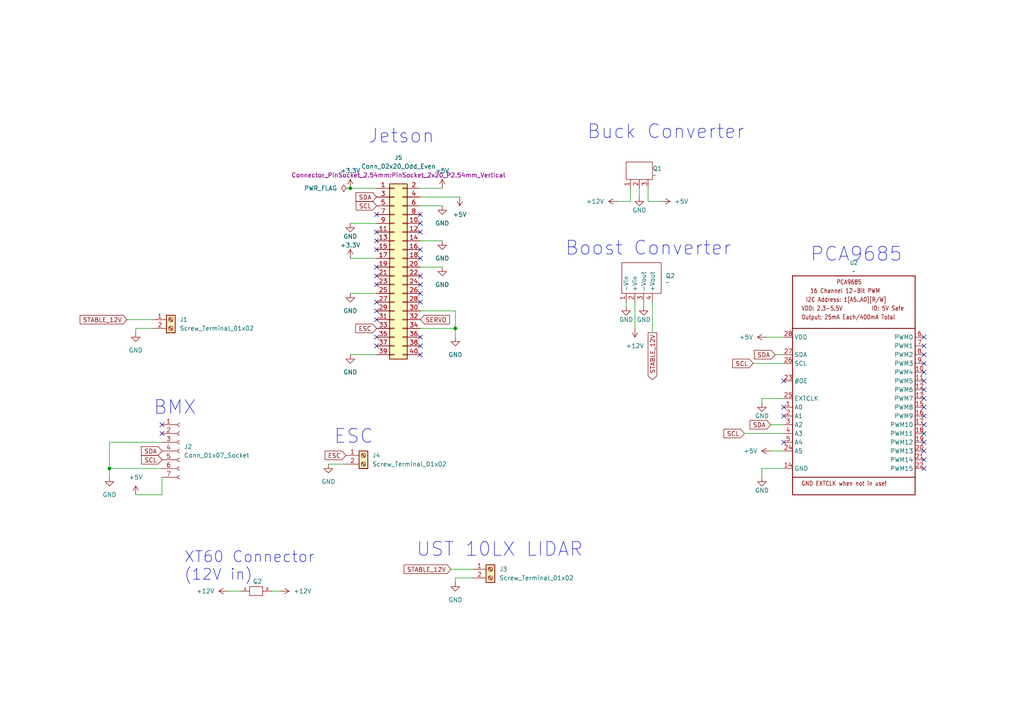
<source format=kicad_sch>
(kicad_sch (version 20231120) (generator "eeschema") (generator_version "8.0")
  (paper "A4")
  (title_block (title "Jetson Communication") (date "2024-04-27") (rev "0.1"))
  (lib_symbols
    (symbol "Adafruit9685_lib:PCA9685"
      (property "Reference" "U" (at -17.78 35.56 0))
      (symbol "PCA9685_1_0"
        (polyline (pts (xy -17.78 -30.48) (xy -17.78 -25.4)) (stroke (width 0.254)))
        (polyline (pts (xy -17.78 -25.4) (xy -17.78 17.78)) (stroke (width 0.254)))
        (polyline (pts (xy -17.78 -25.4) (xy 17.78 -25.4)) (stroke (width 0.254)))
        (polyline (pts (xy -17.78 17.78) (xy -17.78 33.02)) (stroke (width 0.254)))
        (polyline (pts (xy -17.78 17.78) (xy 17.78 17.78)) (stroke (width 0.254)))
        (polyline (pts (xy -17.78 33.02) (xy 17.78 33.02)) (stroke (width 0.254)))
        (polyline (pts (xy 17.78 -30.48) (xy -17.78 -30.48)) (stroke (width 0.254)))
        (polyline (pts (xy 17.78 17.78) (xy 17.78 -30.48)) (stroke (width 0.254)))
        (polyline (pts (xy 17.78 17.78) (xy 17.78 33.02)) (stroke (width 0.254)))
        (text "16 Channel 12-Bit PWM" (at -12.7 27.94 0) (effects (font (size 1.27 1.0795)) (justify left bottom)))
        (text "GND EXTCLK when not in use!" (at -15.24 -27.94 0) (effects (font (size 1.27 1.0795)) (justify left bottom)))
        (text "I2C Address: 1[A5..A0][R/W]" (at -13.97 25.4 0) (effects (font (size 1.27 1.0795)) (justify left bottom)))
        (text "IO: 5V Safe" (at 5.08 22.86 0) (effects (font (size 1.27 1.0795)) (justify left bottom)))
        (text "Output: 25mA Each/400mA Total" (at -15.24 20.32 0) (effects (font (size 1.27 1.0795)) (justify left bottom)))
        (text "PCA9685" (at -5.08 30.48 0) (effects (font (size 1.27 1.0795)) (justify left bottom)))
        (text "VDD: 2.3-5.5V" (at -15.24 22.86 0) (effects (font (size 1.27 1.0795)) (justify left bottom)))
        (pin bidirectional line (at -20.32 -5.08 0) (length 2.54) (name "A0") (number "1"))
        (pin output line (at 20.32 5.08 180) (length 2.54) (name "PWM4") (number "10"))
        (pin output line (at 20.32 2.54 180) (length 2.54) (name "PWM5") (number "11"))
        (pin output line (at 20.32 0 180) (length 2.54) (name "PWM6") (number "12"))
        (pin output line (at 20.32 -2.54 180) (length 2.54) (name "PWM7") (number "13"))
        (pin power_in line (at -20.32 -22.86 0) (length 2.54) (name "GND") (number "14"))
        (pin output line (at 20.32 -5.08 180) (length 2.54) (name "PWM8") (number "15"))
        (pin output line (at 20.32 -7.62 180) (length 2.54) (name "PWM9") (number "16"))
        (pin output line (at 20.32 -10.16 180) (length 2.54) (name "PWM10") (number "17"))
        (pin output line (at 20.32 -12.7 180) (length 2.54) (name "PWM11") (number "18"))
        (pin output line (at 20.32 -15.24 180) (length 2.54) (name "PWM12") (number "19"))
        (pin bidirectional line (at -20.32 -7.62 0) (length 2.54) (name "A1") (number "2"))
        (pin output line (at 20.32 -17.78 180) (length 2.54) (name "PWM13") (number "20"))
        (pin output line (at 20.32 -20.32 180) (length 2.54) (name "PWM14") (number "21"))
        (pin output line (at 20.32 -22.86 180) (length 2.54) (name "PWM15") (number "22"))
        (pin input line (at -20.32 2.54 0) (length 2.54) (name "#OE") (number "23"))
        (pin bidirectional line (at -20.32 -17.78 0) (length 2.54) (name "A5") (number "24"))
        (pin input line (at -20.32 -2.54 0) (length 2.54) (name "EXTCLK") (number "25"))
        (pin bidirectional line (at -20.32 7.62 0) (length 2.54) (name "SCL") (number "26"))
        (pin bidirectional line (at -20.32 10.16 0) (length 2.54) (name "SDA") (number "27"))
        (pin power_in line (at -20.32 15.24 0) (length 2.54) (name "VDD") (number "28"))
        (pin bidirectional line (at -20.32 -10.16 0) (length 2.54) (name "A2") (number "3"))
        (pin bidirectional line (at -20.32 -12.7 0) (length 2.54) (name "A3") (number "4"))
        (pin bidirectional line (at -20.32 -15.24 0) (length 2.54) (name "A4") (number "5"))
        (pin output line (at 20.32 15.24 180) (length 2.54) (name "PWM0") (number "6"))
        (pin output line (at 20.32 12.7 180) (length 2.54) (name "PWM1") (number "7"))
        (pin output line (at 20.32 10.16 180) (length 2.54) (name "PWM2") (number "8"))
        (pin output line (at 20.32 7.62 180) (length 2.54) (name "PWM3") (number "9"))
      )
    )
    (symbol "Connector:Conn_01x07_Socket" (pin_names (offset 1.016) hide)
      (property "Reference" "J" (at 0 10.16 0))
      (property "Value" "Conn_01x07_Socket" (at 0 -10.16 0))
      (symbol "Conn_01x07_Socket_1_1"
        (arc (start 0 -7.112) (mid -0.5058 -7.62) (end 0 -8.128) (stroke (width 0.1524)))
        (arc (start 0 -4.572) (mid -0.5058 -5.08) (end 0 -5.588) (stroke (width 0.1524)))
        (arc (start 0 -2.032) (mid -0.5058 -2.54) (end 0 -3.048) (stroke (width 0.1524)))
        (polyline (pts (xy -1.27 -7.62) (xy -0.508 -7.62)) (stroke (width 0.1524)))
        (polyline (pts (xy -1.27 -5.08) (xy -0.508 -5.08)) (stroke (width 0.1524)))
        (polyline (pts (xy -1.27 -2.54) (xy -0.508 -2.54)) (stroke (width 0.1524)))
        (polyline (pts (xy -1.27 0) (xy -0.508 0)) (stroke (width 0.1524)))
        (polyline (pts (xy -1.27 2.54) (xy -0.508 2.54)) (stroke (width 0.1524)))
        (polyline (pts (xy -1.27 5.08) (xy -0.508 5.08)) (stroke (width 0.1524)))
        (polyline (pts (xy -1.27 7.62) (xy -0.508 7.62)) (stroke (width 0.1524)))
        (arc (start 0 0.508) (mid -0.5058 0) (end 0 -0.508) (stroke (width 0.1524)))
        (arc (start 0 3.048) (mid -0.5058 2.54) (end 0 2.032) (stroke (width 0.1524)))
        (arc (start 0 5.588) (mid -0.5058 5.08) (end 0 4.572) (stroke (width 0.1524)))
        (arc (start 0 8.128) (mid -0.5058 7.62) (end 0 7.112) (stroke (width 0.1524)))
        (pin passive line (at -5.08 7.62 0) (length 3.81) (name "Pin_1") (number "1"))
        (pin passive line (at -5.08 5.08 0) (length 3.81) (name "Pin_2") (number "2"))
        (pin passive line (at -5.08 2.54 0) (length 3.81) (name "Pin_3") (number "3"))
        (pin passive line (at -5.08 0 0) (length 3.81) (name "Pin_4") (number "4"))
        (pin passive line (at -5.08 -2.54 0) (length 3.81) (name "Pin_5") (number "5"))
        (pin passive line (at -5.08 -5.08 0) (length 3.81) (name "Pin_6") (number "6"))
        (pin passive line (at -5.08 -7.62 0) (length 3.81) (name "Pin_7") (number "7"))
      )
    )
    (symbol "Connector:Screw_Terminal_01x02" (pin_names (offset 1.016) hide)
      (property "Reference" "J" (at 0 2.54 0))
      (property "Value" "Screw_Terminal_01x02" (at 0 -5.08 0))
      (symbol "Screw_Terminal_01x02_1_1"
        (rectangle (start -1.27 1.27) (end 1.27 -3.81) (stroke (width 0.254)) (fill (type background)))
        (circle (center 0 -2.54) (radius 0.635) (stroke (width 0.1524)))
        (polyline (pts (xy -0.5334 -2.2098) (xy 0.3302 -3.048)) (stroke (width 0.1524)))
        (polyline (pts (xy -0.5334 0.3302) (xy 0.3302 -0.508)) (stroke (width 0.1524)))
        (polyline (pts (xy -0.3556 -2.032) (xy 0.508 -2.8702)) (stroke (width 0.1524)))
        (polyline (pts (xy -0.3556 0.508) (xy 0.508 -0.3302)) (stroke (width 0.1524)))
        (circle (center 0 0) (radius 0.635) (stroke (width 0.1524)))
        (pin passive line (at -5.08 0 0) (length 3.81) (name "Pin_1") (number "1"))
        (pin passive line (at -5.08 -2.54 0) (length 3.81) (name "Pin_2") (number "2"))
      )
    )
    (symbol "Connector_Generic:Conn_02x20_Odd_Even" (pin_names (offset 1.016) hide)
      (property "Reference" "J5" (at 1.27 31.75 0))
      (property "Value" "Conn_02x20_Odd_Even" (at 1.27 29.21 0))
      (property "Footprint" "Connector_PinSocket_2.54mm:PinSocket_2x20_P2.54mm_Vertical" (at 1.27 26.67 0))
      (symbol "Conn_02x20_Odd_Even_1_1"
        (rectangle (start -1.27 -25.273) (end 0 -25.527) (stroke (width 0.1524)))
        (rectangle (start -1.27 -22.733) (end 0 -22.987) (stroke (width 0.1524)))
        (rectangle (start -1.27 -20.193) (end 0 -20.447) (stroke (width 0.1524)))
        (rectangle (start -1.27 -17.653) (end 0 -17.907) (stroke (width 0.1524)))
        (rectangle (start -1.27 -15.113) (end 0 -15.367) (stroke (width 0.1524)))
        (rectangle (start -1.27 -12.573) (end 0 -12.827) (stroke (width 0.1524)))
        (rectangle (start -1.27 -10.033) (end 0 -10.287) (stroke (width 0.1524)))
        (rectangle (start -1.27 -7.493) (end 0 -7.747) (stroke (width 0.1524)))
        (rectangle (start -1.27 -4.953) (end 0 -5.207) (stroke (width 0.1524)))
        (rectangle (start -1.27 -2.413) (end 0 -2.667) (stroke (width 0.1524)))
        (rectangle (start -1.27 0.127) (end 0 -0.127) (stroke (width 0.1524)))
        (rectangle (start -1.27 2.667) (end 0 2.413) (stroke (width 0.1524)))
        (rectangle (start -1.27 5.207) (end 0 4.953) (stroke (width 0.1524)))
        (rectangle (start -1.27 7.747) (end 0 7.493) (stroke (width 0.1524)))
        (rectangle (start -1.27 10.287) (end 0 10.033) (stroke (width 0.1524)))
        (rectangle (start -1.27 12.827) (end 0 12.573) (stroke (width 0.1524)))
        (rectangle (start -1.27 15.367) (end 0 15.113) (stroke (width 0.1524)))
        (rectangle (start -1.27 17.907) (end 0 17.653) (stroke (width 0.1524)))
        (rectangle (start -1.27 20.447) (end 0 20.193) (stroke (width 0.1524)))
        (rectangle (start -1.27 22.987) (end 0 22.733) (stroke (width 0.1524)))
        (rectangle (start -1.27 24.13) (end 3.81 -26.67) (stroke (width 0.254)) (fill (type background)))
        (rectangle (start 3.81 -25.273) (end 2.54 -25.527) (stroke (width 0.1524)))
        (rectangle (start 3.81 -22.733) (end 2.54 -22.987) (stroke (width 0.1524)))
        (rectangle (start 3.81 -20.193) (end 2.54 -20.447) (stroke (width 0.1524)))
        (rectangle (start 3.81 -17.653) (end 2.54 -17.907) (stroke (width 0.1524)))
        (rectangle (start 3.81 -15.113) (end 2.54 -15.367) (stroke (width 0.1524)))
        (rectangle (start 3.81 -12.573) (end 2.54 -12.827) (stroke (width 0.1524)))
        (rectangle (start 3.81 -10.033) (end 2.54 -10.287) (stroke (width 0.1524)))
        (rectangle (start 3.81 -7.493) (end 2.54 -7.747) (stroke (width 0.1524)))
        (rectangle (start 3.81 -4.953) (end 2.54 -5.207) (stroke (width 0.1524)))
        (rectangle (start 3.81 -2.413) (end 2.54 -2.667) (stroke (width 0.1524)))
        (rectangle (start 3.81 0.127) (end 2.54 -0.127) (stroke (width 0.1524)))
        (rectangle (start 3.81 2.667) (end 2.54 2.413) (stroke (width 0.1524)))
        (rectangle (start 3.81 5.207) (end 2.54 4.953) (stroke (width 0.1524)))
        (rectangle (start 3.81 7.747) (end 2.54 7.493) (stroke (width 0.1524)))
        (rectangle (start 3.81 10.287) (end 2.54 10.033) (stroke (width 0.1524)))
        (rectangle (start 3.81 12.827) (end 2.54 12.573) (stroke (width 0.1524)))
        (rectangle (start 3.81 15.367) (end 2.54 15.113) (stroke (width 0.1524)))
        (rectangle (start 3.81 17.907) (end 2.54 17.653) (stroke (width 0.1524)))
        (rectangle (start 3.81 20.447) (end 2.54 20.193) (stroke (width 0.1524)))
        (rectangle (start 3.81 22.987) (end 2.54 22.733) (stroke (width 0.1524)))
        (pin passive line (at -5.08 22.86 0) (length 3.81) (name "Pin_1") (number "1"))
        (pin passive line (at 7.62 12.7 180) (length 3.81) (name "Pin_10") (number "10"))
        (pin passive line (at -5.08 10.16 0) (length 3.81) (name "Pin_11") (number "11"))
        (pin passive line (at 7.62 10.16 180) (length 3.81) (name "Pin_12") (number "12"))
        (pin passive line (at -5.08 7.62 0) (length 3.81) (name "Pin_13") (number "13"))
        (pin passive line (at 7.62 7.62 180) (length 3.81) (name "Pin_14") (number "14"))
        (pin passive line (at -5.08 5.08 0) (length 3.81) (name "Pin_15") (number "15"))
        (pin passive line (at 7.62 5.08 180) (length 3.81) (name "Pin_16") (number "16"))
        (pin passive line (at -5.08 2.54 0) (length 3.81) (name "Pin_17") (number "17"))
        (pin passive line (at 7.62 2.54 180) (length 3.81) (name "Pin_18") (number "18"))
        (pin passive line (at -5.08 0 0) (length 3.81) (name "Pin_19") (number "19"))
        (pin passive line (at 7.62 22.86 180) (length 3.81) (name "Pin_2") (number "2"))
        (pin passive line (at 7.62 0 180) (length 3.81) (name "Pin_20") (number "20"))
        (pin passive line (at -5.08 -2.54 0) (length 3.81) (name "Pin_21") (number "21"))
        (pin passive line (at 7.62 -2.54 180) (length 3.81) (name "Pin_22") (number "22"))
        (pin passive line (at -5.08 -5.08 0) (length 3.81) (name "Pin_23") (number "23"))
        (pin passive line (at 7.62 -5.08 180) (length 3.81) (name "Pin_24") (number "24"))
        (pin passive line (at -5.08 -7.62 0) (length 3.81) (name "Pin_25") (number "25"))
        (pin passive line (at 7.62 -7.62 180) (length 3.81) (name "Pin_26") (number "26"))
        (pin passive line (at -5.08 -10.16 0) (length 3.81) (name "Pin_27") (number "27"))
        (pin passive line (at 7.62 -10.16 180) (length 3.81) (name "Pin_28") (number "28"))
        (pin passive line (at -5.08 -12.7 0) (length 3.81) (name "Pin_29") (number "29"))
        (pin passive line (at -5.08 20.32 0) (length 3.81) (name "Pin_3") (number "3"))
        (pin passive line (at 7.62 -12.7 180) (length 3.81) (name "Pin_30") (number "30"))
        (pin passive line (at -5.08 -15.24 0) (length 3.81) (name "Pin_31") (number "31"))
        (pin passive line (at 7.62 -15.24 180) (length 3.81) (name "Pin_32") (number "32"))
        (pin passive line (at -5.08 -17.78 0) (length 3.81) (name "Pin_33") (number "33"))
        (pin passive line (at 7.62 -17.78 180) (length 3.81) (name "Pin_34") (number "34"))
        (pin passive line (at -5.08 -20.32 0) (length 3.81) (name "Pin_35") (number "35"))
        (pin passive line (at 7.62 -20.32 180) (length 3.81) (name "Pin_36") (number "36"))
        (pin passive line (at -5.08 -22.86 0) (length 3.81) (name "Pin_37") (number "37"))
        (pin passive line (at 7.62 -22.86 180) (length 3.81) (name "Pin_38") (number "38"))
        (pin passive line (at -5.08 -25.4 0) (length 3.81) (name "Pin_39") (number "39"))
        (pin passive line (at 7.62 20.32 180) (length 3.81) (name "Pin_4") (number "4"))
        (pin passive line (at 7.62 -25.4 180) (length 3.81) (name "Pin_40") (number "40"))
        (pin passive line (at -5.08 17.78 0) (length 3.81) (name "Pin_5") (number "5"))
        (pin passive line (at 7.62 17.78 180) (length 3.81) (name "Pin_6") (number "6"))
        (pin passive line (at -5.08 15.24 0) (length 3.81) (name "Pin_7") (number "7"))
        (pin passive line (at 7.62 15.24 180) (length 3.81) (name "Pin_8") (number "8"))
        (pin passive line (at -5.08 12.7 0) (length 3.81) (name "Pin_9") (number "9"))
      )
    )
    (symbol "Cruz_Control_Lib:XT60"
      (property "Reference" "C2" (at -1.524 4.064 0))
      (property "Value" "~" (at -1.905 3.81 0))
      (symbol "XT60_0_1"
        (rectangle (start -3.81 2.54) (end 0 0))
      )
      (symbol "XT60_1_1"
        (pin power_in line (at -6.35 1.27 0) (length 2.54) (name "Vin") (number "1"))
        (pin power_out line (at 2.54 1.27 180) (length 2.54) (name "Vout") (number "2"))
      )
    )
    (symbol "Cruz_Control_Official_Library:Boost_(12V-12V)"
      (property "Reference" "Q" (at 0 0 0))
      (symbol "Boost_(12V-12V)_0_1"
        (rectangle (start 0 0) (end -11.43 8.89))
      )
      (symbol "Boost_(12V-12V)_1_1"
        (pin power_in line (at -10.16 -2.54 90) (length 2.54) (name "-Vin") (number "1"))
        (pin power_in line (at -7.62 -2.54 90) (length 2.54) (name "+Vin") (number "2"))
        (pin power_out line (at -5.08 -2.54 90) (length 2.54) (name "-Vout") (number "3"))
        (pin power_out line (at -2.54 -2.54 90) (length 2.54) (name "+Vout") (number "4"))
      )
    )
    (symbol "Cruz_Control_Official_Library:Buck_(12V-5V)" (pin_names hide)
      (property "Reference" "Q1" (at 1.27 3.1751 0))
      (property "Value" "~" (at 1.27 1.27 0))
      (symbol "Buck_(12V-5V)_0_1"
        (rectangle (start -6.35 5.08) (end 1.27 0))
      )
      (symbol "Buck_(12V-5V)_1_1"
        (pin power_in line (at -5.08 -2.54 90) (length 2.54) (name "Vin") (number "1"))
        (pin power_in line (at -2.54 -2.54 90) (length 2.54) (name "GND") (number "2"))
        (pin power_out line (at 0 -2.54 90) (length 2.54) (name "Vout") (number "3"))
      )
    )
    (symbol "power:+12V" (power) (pin_numbers hide) (pin_names (offset 0) hide)
      (property "Value" "+12V" (at 0 3.556 0))
      (symbol "+12V_0_1"
        (polyline (pts (xy -0.762 1.27) (xy 0 2.54)))
        (polyline (pts (xy 0 0) (xy 0 2.54)))
        (polyline (pts (xy 0 2.54) (xy 0.762 1.27)))
      )
      (symbol "+12V_1_1"
        (pin power_in line (at 0 0 90) (length 0) (name "~") (number "1"))
      )
    )
    (symbol "power:+3.3V" (power) (pin_names (offset 0))
      (property "Value" "+3.3V" (at 0 3.556 0))
      (symbol "+3.3V_0_1"
        (polyline (pts (xy -0.762 1.27) (xy 0 2.54)))
        (polyline (pts (xy 0 0) (xy 0 2.54)))
        (polyline (pts (xy 0 2.54) (xy 0.762 1.27)))
      )
      (symbol "+3.3V_1_1"
        (pin power_in line (at 0 0 90) (length 0) hide (name "+3.3V") (number "1"))
      )
    )
    (symbol "power:+5V" (power) (pin_names (offset 0))
      (property "Value" "+5V" (at 0 3.556 0))
      (symbol "+5V_0_1"
        (polyline (pts (xy -0.762 1.27) (xy 0 2.54)))
        (polyline (pts (xy 0 0) (xy 0 2.54)))
        (polyline (pts (xy 0 2.54) (xy 0.762 1.27)))
      )
      (symbol "+5V_1_1"
        (pin power_in line (at 0 0 90) (length 0) hide (name "+5V") (number "1"))
      )
    )
    (symbol "power:GND" (power) (pin_names (offset 0))
      (property "Value" "GND" (at 0 -3.81 0))
      (symbol "GND_0_1"
        (polyline (pts (xy 0 0) (xy 0 -1.27) (xy 1.27 -1.27) (xy 0 -2.54) (xy -1.27 -1.27) (xy 0 -1.27)))
      )
      (symbol "GND_1_1"
        (pin power_in line (at 0 0 270) (length 0) hide (name "GND") (number "1"))
      )
    )
    (symbol "power:PWR_FLAG" (power) (pin_numbers hide) (pin_names (offset 0) hide)
      (property "Value" "PWR_FLAG" (at 0 3.81 0))
      (symbol "PWR_FLAG_0_0"
        (pin power_out line (at 0 0 90) (length 0) (name "pwr") (number "1"))
      )
      (symbol "PWR_FLAG_0_1"
        (polyline (pts (xy 0 0) (xy 0 1.27) (xy -1.016 1.905) (xy 0 2.54) (xy 1.016 1.905) (xy 0 1.27)))
      )
    )
  )
  (junction (at 31.75 135.89))
  (junction (at 132.08 95.25))
  (junction (at 101.6 54.61))
  (no_connect (at 109.22 100.33))
  (no_connect (at 227.33 118.11))
  (no_connect (at 46.99 123.19))
  (no_connect (at 121.92 82.55))
  (no_connect (at 121.92 97.79))
  (no_connect (at 267.97 120.65))
  (no_connect (at 267.97 107.95))
  (no_connect (at 267.97 133.35))
  (no_connect (at 267.97 100.33))
  (no_connect (at 121.92 74.93))
  (no_connect (at 267.97 118.11))
  (no_connect (at 267.97 105.41))
  (no_connect (at 267.97 97.79))
  (no_connect (at 109.22 72.39))
  (no_connect (at 121.92 102.87))
  (no_connect (at 109.22 69.85))
  (no_connect (at 121.92 67.31))
  (no_connect (at 121.92 100.33))
  (no_connect (at 121.92 72.39))
  (no_connect (at 121.92 62.23))
  (no_connect (at 267.97 102.87))
  (no_connect (at 109.22 90.17))
  (no_connect (at 109.22 77.47))
  (no_connect (at 109.22 82.55))
  (no_connect (at 121.92 87.63))
  (no_connect (at 109.22 92.71))
  (no_connect (at 121.92 64.77))
  (no_connect (at 227.33 128.27))
  (no_connect (at 267.97 128.27))
  (no_connect (at 109.22 87.63))
  (no_connect (at 109.22 67.31))
  (no_connect (at 227.33 120.65))
  (no_connect (at 267.97 115.57))
  (no_connect (at 121.92 85.09))
  (no_connect (at 109.22 97.79))
  (no_connect (at 267.97 125.73))
  (no_connect (at 121.92 80.01))
  (no_connect (at 267.97 110.49))
  (no_connect (at 109.22 80.01))
  (no_connect (at 267.97 113.03))
  (no_connect (at 267.97 135.89))
  (no_connect (at 227.33 110.49))
  (no_connect (at 267.97 130.81))
  (no_connect (at 109.22 62.23))
  (no_connect (at 46.99 125.73))
  (no_connect (at 267.97 123.19))
  (wire (pts (xy 187.96 54.61) (xy 187.96 58.42)))
  (wire (pts (xy 222.25 97.79) (xy 227.33 97.79)))
  (wire (pts (xy 132.08 167.64) (xy 132.08 168.91)))
  (wire (pts (xy 31.75 135.89) (xy 46.99 135.89)))
  (wire (pts (xy 220.98 115.57) (xy 227.33 115.57)))
  (wire (pts (xy 101.6 102.87) (xy 109.22 102.87)))
  (wire (pts (xy 44.45 95.25) (xy 39.37 95.25)))
  (wire (pts (xy 31.75 128.27) (xy 31.75 135.89)))
  (wire (pts (xy 95.25 134.62) (xy 100.33 134.62)))
  (wire (pts (xy 185.42 54.61) (xy 185.42 57.15)))
  (wire (pts (xy 121.92 57.15) (xy 133.35 57.15)))
  (wire (pts (xy 121.92 69.85) (xy 128.27 69.85)))
  (wire (pts (xy 215.9 125.73) (xy 227.33 125.73)))
  (wire (pts (xy 130.81 165.1) (xy 137.16 165.1)))
  (wire (pts (xy 220.98 135.89) (xy 227.33 135.89)))
  (wire (pts (xy 46.99 143.51) (xy 46.99 138.43)))
  (wire (pts (xy 31.75 138.43) (xy 31.75 135.89)))
  (wire (pts (xy 220.98 138.43) (xy 220.98 135.89)))
  (wire (pts (xy 121.92 95.25) (xy 132.08 95.25)))
  (wire (pts (xy 31.75 128.27) (xy 46.99 128.27)))
  (wire (pts (xy 182.88 54.61) (xy 182.88 58.42)))
  (wire (pts (xy 187.96 58.42) (xy 191.77 58.42)))
  (wire (pts (xy 121.92 77.47) (xy 128.27 77.47)))
  (wire (pts (xy 223.52 123.19) (xy 227.33 123.19)))
  (wire (pts (xy 66.04 171.45) (xy 69.85 171.45)))
  (wire (pts (xy 78.74 171.45) (xy 81.28 171.45)))
  (wire (pts (xy 184.15 87.63) (xy 184.15 95.25)))
  (wire (pts (xy 220.98 116.84) (xy 220.98 115.57)))
  (wire (pts (xy 101.6 64.77) (xy 109.22 64.77)))
  (wire (pts (xy 121.92 90.17) (xy 132.08 90.17)))
  (wire (pts (xy 179.07 58.42) (xy 182.88 58.42)))
  (wire (pts (xy 101.6 85.09) (xy 109.22 85.09)))
  (wire (pts (xy 181.61 87.63) (xy 181.61 88.9)))
  (wire (pts (xy 132.08 97.79) (xy 132.08 95.25)))
  (wire (pts (xy 132.08 167.64) (xy 137.16 167.64)))
  (wire (pts (xy 39.37 143.51) (xy 46.99 143.51)))
  (wire (pts (xy 121.92 54.61) (xy 128.27 54.61)))
  (wire (pts (xy 224.79 102.87) (xy 227.33 102.87)))
  (wire (pts (xy 36.83 92.71) (xy 44.45 92.71)))
  (wire (pts (xy 189.23 87.63) (xy 189.23 96.52)))
  (wire (pts (xy 186.69 87.63) (xy 186.69 88.9)))
  (wire (pts (xy 121.92 59.69) (xy 128.27 59.69)))
  (wire (pts (xy 223.52 130.81) (xy 227.33 130.81)))
  (wire (pts (xy 218.44 105.41) (xy 227.33 105.41)))
  (wire (pts (xy 101.6 54.61) (xy 109.22 54.61)))
  (wire (pts (xy 39.37 95.25) (xy 39.37 96.52)))
  (wire (pts (xy 132.08 90.17) (xy 132.08 95.25)))
  (wire (pts (xy 101.6 74.93) (xy 109.22 74.93)))
  (text "UST 10LX LIDAR" (at 120.65 161.798 0) (effects (font (size 4 4)) (justify left bottom)))
  (text "BMX" (at 44.45 120.65 0) (effects (font (size 4 4)) (justify left bottom)))
  (text "Boost Converter" (at 163.83 74.422 0) (effects (font (size 4 4)) (justify left bottom)))
  (text "Buck Converter" (at 170.18 40.64 0) (effects (font (size 4 4)) (justify left bottom)))
  (text "PCA9685\n" (at 234.95 76.2 0) (effects (font (size 4 4)) (justify left bottom)))
  (text "XT60 Connector \n(12V in)" (at 53.34 168.656 0) (effects (font (size 3.175 3.175)) (justify left bottom)))
  (text "ESC" (at 96.774 129.032 0) (effects (font (size 4 4)) (justify left bottom)))
  (text "Jetson" (at 106.68 41.91 0) (effects (font (size 4 4)) (justify left bottom)))
  (global_label "STABLE_12V" (shape input) (at 130.81 165.1 180) (property "Intersheetrefs" "${INTERSHEET_REFS}" (effects (hide yes))))
  (global_label "SDA" (shape input) (at 109.22 57.15 180) (property "Intersheetrefs" "${INTERSHEET_REFS}" (effects (hide yes))))
  (global_label "ESC" (shape input) (at 100.33 132.08 180) (property "Intersheetrefs" "${INTERSHEET_REFS}" (effects (hide yes))))
  (global_label "SCL" (shape input) (at 46.99 133.35 180) (property "Intersheetrefs" "${INTERSHEET_REFS}" (effects (hide yes))))
  (global_label "STABLE_12V" (shape input) (at 36.83 92.71 180) (property "Intersheetrefs" "${INTERSHEET_REFS}" (effects (hide yes))))
  (global_label "SDA" (shape input) (at 223.52 123.19 180) (property "Intersheetrefs" "${INTERSHEET_REFS}" (effects (hide yes))))
  (global_label "ESC" (shape input) (at 109.22 95.25 180) (property "Intersheetrefs" "${INTERSHEET_REFS}" (effects (hide yes))))
  (global_label "SDA" (shape input) (at 46.99 130.81 180) (property "Intersheetrefs" "${INTERSHEET_REFS}" (effects (hide yes))))
  (global_label "SERVO" (shape input) (at 121.92 92.71 0) (property "Intersheetrefs" "${INTERSHEET_REFS}" (effects (hide yes))))
  (global_label "SCL" (shape input) (at 109.22 59.69 180) (property "Intersheetrefs" "${INTERSHEET_REFS}" (effects (hide yes))))
  (global_label "SCL" (shape input) (at 218.44 105.41 180) (property "Intersheetrefs" "${INTERSHEET_REFS}" (effects (hide yes))))
  (global_label "SCL" (shape input) (at 215.9 125.73 180) (property "Intersheetrefs" "${INTERSHEET_REFS}" (effects (hide yes))))
  (global_label "SDA" (shape input) (at 224.79 102.87 180) (property "Intersheetrefs" "${INTERSHEET_REFS}" (effects (hide yes))))
  (global_label "STABLE_12V" (shape output) (at 189.23 96.52 270) (property "Intersheetrefs" "${INTERSHEET_REFS}" (effects (hide yes))))
  (symbol (lib_id "power:+12V") (at 66.04 171.45 90) (unit 1)
    (property "Reference" "#PWR014" (effects (hide yes)))
    (property "Value" "+12V" (at 62.23 171.4499 90) (effects (justify left)))
    (property "Description" "Power symbol creates a global label with name \"+12V\"" (effects (hide yes)))
  )
  (symbol (lib_id "Adafruit9685_lib:PCA9685") (at 247.65 113.03 0) (unit 1)
    (property "Reference" "U2" (at 247.65 76.2 0) (effects (font (size 1.27 1.0795))))
    (property "Value" "~" (at 247.65 78.74 0) (effects (font (size 1.27 1.0795))))
    (property "Footprint" "Motors:Adafruit PCA9685 rev C (1)" (effects (hide yes)))
    (property "Description" "PCA9685 - 16 Channel 12-Bit I2C PWM Controller\n\n5.0V tolerant 16 channel, 12-bit I2C PWM controller with 25mA per output (max. 400mA total)\n\nDigikey: 568-5931-1-ND" (effects (hide yes)))
  )
  (symbol (lib_id "power:GND") (at 220.98 116.84 0) (unit 1)
    (property "Reference" "#PWR021" (effects (hide yes)))
    (property "Value" "GND" (at 218.948 120.65 0) (effects (justify left)))
  )
  (symbol (lib_id "Connector:Screw_Terminal_01x02") (at 49.53 92.71 0) (unit 1)
    (property "Reference" "J1" (at 52.07 92.71 0) (effects (justify left)))
    (property "Value" "Screw_Terminal_01x02" (at 52.07 95.25 0) (effects (justify left)))
    (property "Footprint" "Connector_PinHeader_2.54mm:PinHeader_1x02_P2.54mm_Horizontal" (effects (hide yes)))
  )
  (symbol (lib_id "power:+5V") (at 128.27 54.61 0) (unit 1)
    (property "Reference" "#PWR01" (effects (hide yes)))
    (property "Value" "+5V" (at 128.27 49.53 0))
  )
  (symbol (lib_id "power:+5V") (at 133.35 57.15 180) (unit 1)
    (property "Reference" "#PWR027" (effects (hide yes)))
    (property "Value" "+5V" (at 133.35 62.23 0))
  )
  (symbol (lib_id "Connector:Conn_01x07_Socket") (at 52.07 130.81 0) (unit 1)
    (property "Reference" "J2" (at 53.34 129.54 0) (effects (justify left)))
    (property "Value" "Conn_01x07_Socket" (at 53.34 132.08 0) (effects (justify left)))
    (property "Footprint" "Connector_PinHeader_2.54mm:PinHeader_1x07_P2.54mm_Vertical" (effects (hide yes)))
  )
  (symbol (lib_id "power:GND") (at 128.27 77.47 0) (unit 1)
    (property "Reference" "#PWR09" (effects (hide yes)))
    (property "Value" "GND" (at 128.27 82.55 0))
  )
  (symbol (lib_id "Connector:Screw_Terminal_01x02") (at 105.41 132.08 0) (unit 1)
    (property "Reference" "J4" (at 107.95 132.08 0) (effects (justify left)))
    (property "Value" "Screw_Terminal_01x02" (at 107.95 134.62 0) (effects (justify left)))
    (property "Footprint" "Connector_PinHeader_2.54mm:PinHeader_1x02_P2.54mm_Horizontal" (effects (hide yes)))
  )
  (symbol (lib_id "power:GND") (at 31.75 138.43 0) (unit 1)
    (property "Reference" "#PWR010" (effects (hide yes)))
    (property "Value" "GND" (at 31.75 143.51 0))
  )
  (symbol (lib_id "power:GND") (at 101.6 102.87 0) (unit 1)
    (property "Reference" "#PWR08" (effects (hide yes)))
    (property "Value" "GND" (at 101.6 107.95 0))
  )
  (symbol (lib_id "power:GND") (at 128.27 59.69 0) (unit 1)
    (property "Reference" "#PWR03" (effects (hide yes)))
    (property "Value" "GND" (at 128.27 64.77 0))
  )
  (symbol (lib_id "power:+5V") (at 223.52 130.81 90) (unit 1)
    (property "Reference" "#PWR028" (effects (hide yes)))
    (property "Value" "+5V" (at 219.71 130.8099 90) (effects (justify left)))
  )
  (symbol (lib_id "power:GND") (at 132.08 97.79 0) (unit 1)
    (property "Reference" "#PWR011" (effects (hide yes)))
    (property "Value" "GND" (at 132.08 102.87 0))
  )
  (symbol (lib_id "power:GND") (at 181.61 88.9 0) (unit 1)
    (property "Reference" "#PWR023" (effects (hide yes)))
    (property "Value" "GND" (at 179.578 92.71 0) (effects (justify left)))
  )
  (symbol (lib_id "power:+3.3V") (at 101.6 74.93 0) (unit 1)
    (property "Reference" "#PWR06" (effects (hide yes)))
    (property "Value" "+3.3V" (at 101.6 71.12 0))
  )
  (symbol (lib_id "power:+5V") (at 39.37 143.51 0) (unit 1)
    (property "Reference" "#PWR012" (effects (hide yes)))
    (property "Value" "+5V" (at 39.37 138.43 0))
  )
  (symbol (lib_id "Connector_Generic:Conn_02x20_Odd_Even") (at 114.3 77.47 0) (unit 1)
    (property "Reference" "J5" (at 115.57 45.72 0))
    (property "Value" "Conn_02x20_Odd_Even" (at 115.57 48.26 0))
    (property "Footprint" "Connector_PinSocket_2.54mm:PinSocket_2x20_P2.54mm_Vertical" (at 115.57 50.8 0))
  )
  (symbol (lib_id "power:GND") (at 101.6 64.77 0) (unit 1)
    (property "Reference" "#PWR05" (effects (hide yes)))
    (property "Value" "GND" (at 101.6 68.58 0))
  )
  (symbol (lib_id "power:+12V") (at 81.28 171.45 270) (unit 1)
    (property "Reference" "#PWR013" (effects (hide yes)))
    (property "Value" "+12V" (at 85.09 171.4499 90) (effects (justify left)))
    (property "Description" "Power symbol creates a global label with name \"+12V\"" (effects (hide yes)))
  )
  (symbol (lib_id "power:+5V") (at 191.77 58.42 270) (unit 1)
    (property "Reference" "#PWR018" (effects (hide yes)))
    (property "Value" "+5V" (at 195.58 58.4199 90) (effects (justify left)))
  )
  (symbol (lib_id "power:+3.3V") (at 101.6 54.61 0) (unit 1)
    (property "Reference" "#PWR02" (effects (hide yes)))
    (property "Value" "+3.3V" (at 101.6 49.53 0))
  )
  (symbol (lib_id "power:GND") (at 186.69 88.9 0) (unit 1)
    (property "Reference" "#PWR024" (effects (hide yes)))
    (property "Value" "GND" (at 184.658 92.71 0) (effects (justify left)))
  )
  (symbol (lib_id "power:GND") (at 185.42 57.15 0) (unit 1)
    (property "Reference" "#PWR020" (effects (hide yes)))
    (property "Value" "GND" (at 183.388 60.96 0) (effects (justify left)))
  )
  (symbol (lib_id "Connector:Screw_Terminal_01x02") (at 142.24 165.1 0) (unit 1)
    (property "Reference" "J3" (at 144.78 165.1 0) (effects (justify left)))
    (property "Value" "Screw_Terminal_01x02" (at 144.78 167.64 0) (effects (justify left)))
    (property "Footprint" "Connector_PinHeader_2.54mm:PinHeader_1x02_P2.54mm_Horizontal" (effects (hide yes)))
  )
  (symbol (lib_id "power:PWR_FLAG") (at 101.6 54.61 90) (unit 1)
    (property "Reference" "#FLG02" (effects (hide yes)))
    (property "Value" "PWR_FLAG" (at 97.79 54.61 90) (effects (justify left)))
  )
  (symbol (lib_id "Cruz_Control_Official_Library:Buck_(12V-5V)") (at 187.96 52.07 0) (unit 1)
    (property "Reference" "Q1" (at 189.23 48.8949 0) (effects (justify left)))
    (property "Value" "~" (at 189.23 50.8 0) (effects (justify left)))
    (property "Footprint" "Converter_DCDC:LC78_05-3.0" (effects (hide yes)))
  )
  (symbol (lib_id "Cruz_Control_Official_Library:Boost_(12V-12V)") (at 191.77 85.09 0) (unit 1)
    (property "Reference" "Q2" (at 193.04 80.0099 0) (effects (justify left)))
    (property "Value" "~" (at 193.04 81.915 0) (effects (justify left)))
    (property "Footprint" "Cruz_Control_Footprints:CRE1S Boost Converter" (effects (hide yes)))
  )
  (symbol (lib_id "Cruz_Control_Lib:XT60") (at 76.2 172.72 0) (unit 1)
    (property "Reference" "C2" (at 74.676 168.656 0))
    (property "Value" "~" (at 74.295 168.91 0))
    (property "Footprint" "Connector_AMASS:AMASS_XT60PW-F_1x02_P7.20mm_Horizontal" (effects (hide yes)))
  )
  (symbol (lib_id "power:+12V") (at 184.15 95.25 180) (unit 1)
    (property "Reference" "#PWR025" (effects (hide yes)))
    (property "Value" "+12V" (at 184.15 100.33 0))
    (property "Description" "Power symbol creates a global label with name \"+12V\"" (effects (hide yes)))
  )
  (symbol (lib_id "power:GND") (at 128.27 69.85 0) (unit 1)
    (property "Reference" "#PWR04" (effects (hide yes)))
    (property "Value" "GND" (at 128.27 74.93 0))
  )
  (symbol (lib_id "power:GND") (at 39.37 96.52 0) (unit 1)
    (property "Reference" "#PWR026" (effects (hide yes)))
    (property "Value" "GND" (at 39.37 101.6 0))
  )
  (symbol (lib_id "power:GND") (at 95.25 134.62 0) (unit 1)
    (property "Reference" "#PWR016" (effects (hide yes)))
    (property "Value" "GND" (at 95.25 139.7 0))
  )
  (symbol (lib_id "power:+12V") (at 179.07 58.42 90) (unit 1)
    (property "Reference" "#PWR017" (effects (hide yes)))
    (property "Value" "+12V" (at 175.26 58.4199 90) (effects (justify left)))
    (property "Description" "Power symbol creates a global label with name \"+12V\"" (effects (hide yes)))
  )
  (symbol (lib_id "power:GND") (at 220.98 138.43 0) (unit 1)
    (property "Reference" "#PWR019" (effects (hide yes)))
    (property "Value" "GND" (at 218.948 142.24 0) (effects (justify left)))
  )
  (symbol (lib_id "power:GND") (at 132.08 168.91 0) (unit 1)
    (property "Reference" "#PWR022" (effects (hide yes)))
    (property "Value" "GND" (at 132.08 173.99 0))
  )
  (symbol (lib_id "power:GND") (at 101.6 85.09 0) (unit 1)
    (property "Reference" "#PWR07" (effects (hide yes)))
    (property "Value" "GND" (at 101.6 90.17 0))
  )
  (symbol (lib_id "power:+5V") (at 222.25 97.79 90) (unit 1)
    (property "Reference" "#PWR015" (effects (hide yes)))
    (property "Value" "+5V" (at 218.44 97.7899 90) (effects (justify left)))
  )
)
</source>
